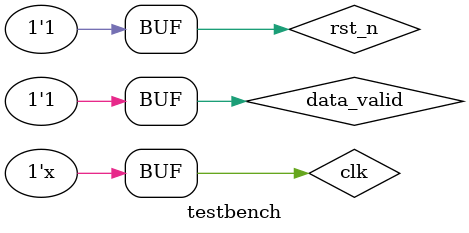
<source format=v>
`timescale 1ns/1ns
module testbench();


reg [15:0] bit_input[0:15];
reg [3:0] address;
reg clk;
reg rst_n;
reg data_valid;
wire[15:0] data_in_odd=bit_input[(address)+1];
wire[15:0] data_in_even=bit_input[(address)];
wire [15:0] data_out_odd;
wire [15:0] data_out_even;
wire data_loading;
wire output_valid;
	
wire [15:0] odd_address;
wire [15:0] even_address;

initial begin
	data_valid<=1'b1;
	address<=-4'd2;
	bit_input[0]<=16'd0;
	bit_input[1]<=16'd225;
	bit_input[2]<=16'd74;
	bit_input[3]<=16'd150;
	bit_input[4]<=16'd204;
	bit_input[5]<=16'd142;
	bit_input[6]<=16'd240;
	bit_input[7]<=16'd242;
	bit_input[8]<=16'd225;
	bit_input[9]<=16'd82;
	bit_input[10]<=16'd289;
	bit_input[11]<=16'd62;
	bit_input[12]<=16'd127;
	bit_input[13]<=16'd126;
	bit_input[14]<=16'd226;
	bit_input[15]<=16'd27;
	rst_n<=1'b0;
	clk<=1'b1;
	#10 rst_n<=1'b1;
end

always #2 clk<=~clk;

always@(posedge clk)
	if(!rst_n)
		address<=-4'd2;
//	else if(address>=4'd14)begin
//		data_valid<=1'b0;
//		address<=address;
//	end
	else if(data_loading)
		address<=address+2'd2;
	else
		address<=address;

wavelet_fast lifted_wavelet_decomposition_inst1
(
	.clk(clk),
	.rst_n(rst_n),
	.data_valid(data_valid),
	.data_in_odd(data_in_odd),
	.data_in_even(data_in_even),
	.data_out_odd(data_out_odd),
	.data_out_even(data_out_even),
	.data_loading(data_loading),
	.output_valid(output_valid),
	.line_address(8'd0),
	.odd_address(odd_address),
	.even_address(even_address)
);

endmodule 
</source>
